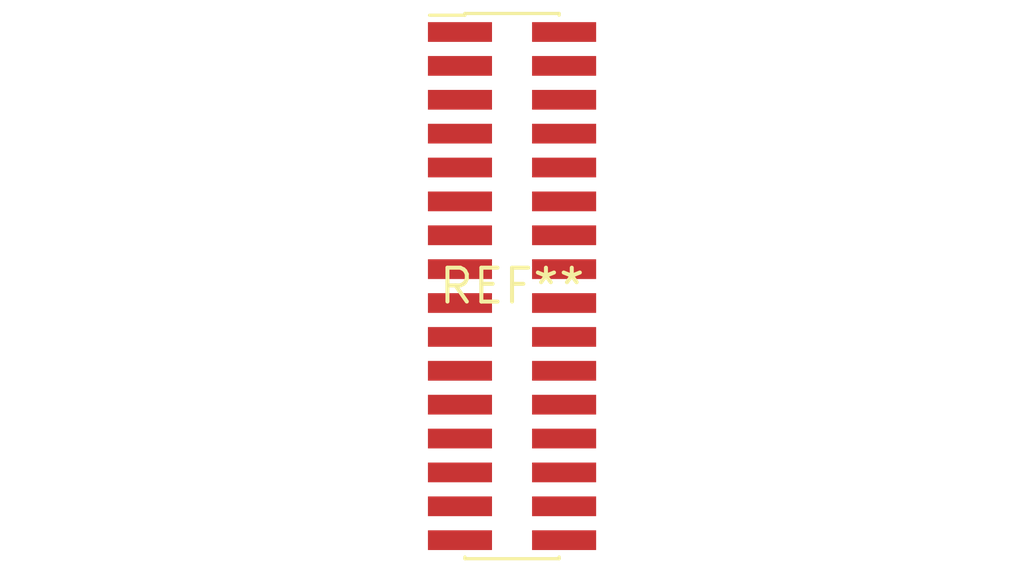
<source format=kicad_pcb>
(kicad_pcb (version 20240108) (generator pcbnew)
  (layers (0 "F.Cu" signal) (31 "B.Cu" signal) (34 "B.Paste" user) (35 "F.Paste" user) (36 "B.SilkS" user "B.Silkscreen") (37 "F.SilkS" user "F.Silkscreen") (38 "B.Mask" user) (39 "F.Mask" user) (44 "Edge.Cuts" user))
  (net 0 "")
  (footprint "PinHeader_2x16_P1.27mm_Vertical_SMD" (layer "F.Cu") (at 0 0)
    (property "Reference" "REF**")
    (property "Value" "PinHeader_2x16_P1.27mm_Vertical_SMD")
    (fp_line (start -3.09 -10.155) (end -1.765 -10.155) (layer "F.SilkS") (stroke (width 0.12)))
    (fp_line (start -1.765 -10.22) (end -1.765 -10.155) (layer "F.SilkS") (stroke (width 0.12)))
    (fp_line (start -1.765 -10.22) (end 1.765 -10.22) (layer "F.SilkS") (stroke (width 0.12)))
    (fp_line (start -1.765 10.155) (end -1.765 10.22) (layer "F.SilkS") (stroke (width 0.12)))
    (fp_line (start -1.765 10.22) (end 1.765 10.22) (layer "F.SilkS") (stroke (width 0.12)))
    (fp_line (start 1.765 -10.22) (end 1.765 -10.155) (layer "F.SilkS") (stroke (width 0.12)))
    (fp_line (start 1.765 10.155) (end 1.765 10.22) (layer "F.SilkS") (stroke (width 0.12)))
    (pad "1" smd rect (at -1.95 -9.525) (size 2.4 0.74) (layers "F.Cu" "F.Paste" "F.Mask"))
    (pad "2" smd rect (at 1.95 -9.525) (size 2.4 0.74) (layers "F.Cu" "F.Paste" "F.Mask"))
    (pad "3" smd rect (at -1.95 -8.255) (size 2.4 0.74) (layers "F.Cu" "F.Paste" "F.Mask"))
    (pad "4" smd rect (at 1.95 -8.255) (size 2.4 0.74) (layers "F.Cu" "F.Paste" "F.Mask"))
    (pad "5" smd rect (at -1.95 -6.985) (size 2.4 0.74) (layers "F.Cu" "F.Paste" "F.Mask"))
    (pad "6" smd rect (at 1.95 -6.985) (size 2.4 0.74) (layers "F.Cu" "F.Paste" "F.Mask"))
    (pad "7" smd rect (at -1.95 -5.715) (size 2.4 0.74) (layers "F.Cu" "F.Paste" "F.Mask"))
    (pad "8" smd rect (at 1.95 -5.715) (size 2.4 0.74) (layers "F.Cu" "F.Paste" "F.Mask"))
    (pad "9" smd rect (at -1.95 -4.445) (size 2.4 0.74) (layers "F.Cu" "F.Paste" "F.Mask"))
    (pad "10" smd rect (at 1.95 -4.445) (size 2.4 0.74) (layers "F.Cu" "F.Paste" "F.Mask"))
    (pad "11" smd rect (at -1.95 -3.175) (size 2.4 0.74) (layers "F.Cu" "F.Paste" "F.Mask"))
    (pad "12" smd rect (at 1.95 -3.175) (size 2.4 0.74) (layers "F.Cu" "F.Paste" "F.Mask"))
    (pad "13" smd rect (at -1.95 -1.905) (size 2.4 0.74) (layers "F.Cu" "F.Paste" "F.Mask"))
    (pad "14" smd rect (at 1.95 -1.905) (size 2.4 0.74) (layers "F.Cu" "F.Paste" "F.Mask"))
    (pad "15" smd rect (at -1.95 -0.635) (size 2.4 0.74) (layers "F.Cu" "F.Paste" "F.Mask"))
    (pad "16" smd rect (at 1.95 -0.635) (size 2.4 0.74) (layers "F.Cu" "F.Paste" "F.Mask"))
    (pad "17" smd rect (at -1.95 0.635) (size 2.4 0.74) (layers "F.Cu" "F.Paste" "F.Mask"))
    (pad "18" smd rect (at 1.95 0.635) (size 2.4 0.74) (layers "F.Cu" "F.Paste" "F.Mask"))
    (pad "19" smd rect (at -1.95 1.905) (size 2.4 0.74) (layers "F.Cu" "F.Paste" "F.Mask"))
    (pad "20" smd rect (at 1.95 1.905) (size 2.4 0.74) (layers "F.Cu" "F.Paste" "F.Mask"))
    (pad "21" smd rect (at -1.95 3.175) (size 2.4 0.74) (layers "F.Cu" "F.Paste" "F.Mask"))
    (pad "22" smd rect (at 1.95 3.175) (size 2.4 0.74) (layers "F.Cu" "F.Paste" "F.Mask"))
    (pad "23" smd rect (at -1.95 4.445) (size 2.4 0.74) (layers "F.Cu" "F.Paste" "F.Mask"))
    (pad "24" smd rect (at 1.95 4.445) (size 2.4 0.74) (layers "F.Cu" "F.Paste" "F.Mask"))
    (pad "25" smd rect (at -1.95 5.715) (size 2.4 0.74) (layers "F.Cu" "F.Paste" "F.Mask"))
    (pad "26" smd rect (at 1.95 5.715) (size 2.4 0.74) (layers "F.Cu" "F.Paste" "F.Mask"))
    (pad "27" smd rect (at -1.95 6.985) (size 2.4 0.74) (layers "F.Cu" "F.Paste" "F.Mask"))
    (pad "28" smd rect (at 1.95 6.985) (size 2.4 0.74) (layers "F.Cu" "F.Paste" "F.Mask"))
    (pad "29" smd rect (at -1.95 8.255) (size 2.4 0.74) (layers "F.Cu" "F.Paste" "F.Mask"))
    (pad "30" smd rect (at 1.95 8.255) (size 2.4 0.74) (layers "F.Cu" "F.Paste" "F.Mask"))
    (pad "31" smd rect (at -1.95 9.525) (size 2.4 0.74) (layers "F.Cu" "F.Paste" "F.Mask"))
    (pad "32" smd rect (at 1.95 9.525) (size 2.4 0.74) (layers "F.Cu" "F.Paste" "F.Mask"))
  )
)
</source>
